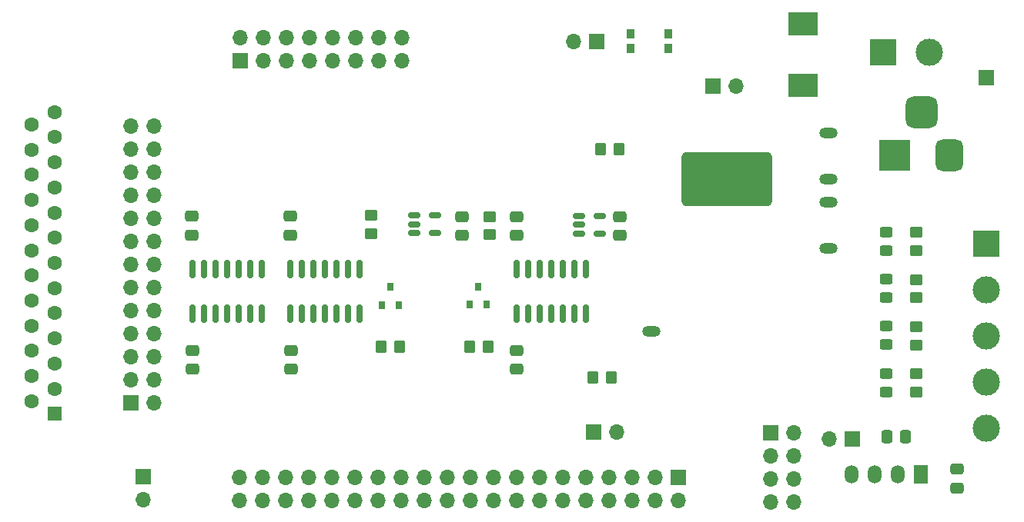
<source format=gbr>
G04 #@! TF.GenerationSoftware,KiCad,Pcbnew,8.0.1*
G04 #@! TF.CreationDate,2024-05-09T19:23:35+02:00*
G04 #@! TF.ProjectId,FluCom5,466c7543-6f6d-4352-9e6b-696361645f70,5.1*
G04 #@! TF.SameCoordinates,Original*
G04 #@! TF.FileFunction,Soldermask,Top*
G04 #@! TF.FilePolarity,Negative*
%FSLAX46Y46*%
G04 Gerber Fmt 4.6, Leading zero omitted, Abs format (unit mm)*
G04 Created by KiCad (PCBNEW 8.0.1) date 2024-05-09 19:23:35*
%MOMM*%
%LPD*%
G01*
G04 APERTURE LIST*
G04 Aperture macros list*
%AMRoundRect*
0 Rectangle with rounded corners*
0 $1 Rounding radius*
0 $2 $3 $4 $5 $6 $7 $8 $9 X,Y pos of 4 corners*
0 Add a 4 corners polygon primitive as box body*
4,1,4,$2,$3,$4,$5,$6,$7,$8,$9,$2,$3,0*
0 Add four circle primitives for the rounded corners*
1,1,$1+$1,$2,$3*
1,1,$1+$1,$4,$5*
1,1,$1+$1,$6,$7*
1,1,$1+$1,$8,$9*
0 Add four rect primitives between the rounded corners*
20,1,$1+$1,$2,$3,$4,$5,0*
20,1,$1+$1,$4,$5,$6,$7,0*
20,1,$1+$1,$6,$7,$8,$9,0*
20,1,$1+$1,$8,$9,$2,$3,0*%
G04 Aperture macros list end*
%ADD10RoundRect,0.250000X-0.475000X0.337500X-0.475000X-0.337500X0.475000X-0.337500X0.475000X0.337500X0*%
%ADD11RoundRect,0.250000X0.475000X-0.337500X0.475000X0.337500X-0.475000X0.337500X-0.475000X-0.337500X0*%
%ADD12RoundRect,0.250000X0.450000X-0.325000X0.450000X0.325000X-0.450000X0.325000X-0.450000X-0.325000X0*%
%ADD13RoundRect,0.250000X-0.450000X0.325000X-0.450000X-0.325000X0.450000X-0.325000X0.450000X0.325000X0*%
%ADD14R,3.300000X2.500000*%
%ADD15R,1.700000X1.700000*%
%ADD16O,1.700000X1.700000*%
%ADD17R,3.500000X3.500000*%
%ADD18RoundRect,0.750000X0.750000X1.000000X-0.750000X1.000000X-0.750000X-1.000000X0.750000X-1.000000X0*%
%ADD19RoundRect,0.875000X0.875000X0.875000X-0.875000X0.875000X-0.875000X-0.875000X0.875000X-0.875000X0*%
%ADD20R,3.000000X3.000000*%
%ADD21C,3.000000*%
%ADD22R,0.800000X0.900000*%
%ADD23RoundRect,0.250000X0.450000X-0.350000X0.450000X0.350000X-0.450000X0.350000X-0.450000X-0.350000X0*%
%ADD24RoundRect,0.250000X0.350000X0.450000X-0.350000X0.450000X-0.350000X-0.450000X0.350000X-0.450000X0*%
%ADD25RoundRect,0.150000X0.150000X-0.825000X0.150000X0.825000X-0.150000X0.825000X-0.150000X-0.825000X0*%
%ADD26R,1.500000X2.000000*%
%ADD27O,1.500000X2.000000*%
%ADD28RoundRect,0.250000X-0.450000X0.350000X-0.450000X-0.350000X0.450000X-0.350000X0.450000X0.350000X0*%
%ADD29RoundRect,0.250000X-0.350000X-0.450000X0.350000X-0.450000X0.350000X0.450000X-0.350000X0.450000X0*%
%ADD30RoundRect,0.250000X-0.337500X-0.475000X0.337500X-0.475000X0.337500X0.475000X-0.337500X0.475000X0*%
%ADD31R,1.600000X1.600000*%
%ADD32C,1.600000*%
%ADD33RoundRect,0.150000X-0.512500X-0.150000X0.512500X-0.150000X0.512500X0.150000X-0.512500X0.150000X0*%
%ADD34RoundRect,0.600000X-4.400000X2.400000X-4.400000X-2.400000X4.400000X-2.400000X4.400000X2.400000X0*%
%ADD35O,2.000000X1.200000*%
%ADD36R,0.900000X1.000000*%
G04 APERTURE END LIST*
D10*
X79603600Y-121542900D03*
X79603600Y-123617900D03*
X90424000Y-121542900D03*
X90424000Y-123617900D03*
D11*
X90322400Y-108835100D03*
X90322400Y-106760100D03*
D10*
X163703000Y-134598500D03*
X163703000Y-136673500D03*
D12*
X155875000Y-115735000D03*
X155875000Y-113685000D03*
D13*
X155875000Y-124100000D03*
X155875000Y-126150000D03*
D12*
X155875000Y-120920000D03*
X155875000Y-118870000D03*
X155875000Y-110550000D03*
X155875000Y-108500000D03*
D14*
X146750000Y-92350000D03*
X146750000Y-85550000D03*
D15*
X133000000Y-135500000D03*
D16*
X133000000Y-138040000D03*
X130460000Y-135500000D03*
X130460000Y-138040000D03*
X127920000Y-135500000D03*
X127920000Y-138040000D03*
X125380000Y-135500000D03*
X125380000Y-138040000D03*
X122840000Y-135500000D03*
X122840000Y-138040000D03*
X120300000Y-135500000D03*
X120300000Y-138040000D03*
X117760000Y-135500000D03*
X117760000Y-138040000D03*
X115220000Y-135500000D03*
X115220000Y-138040000D03*
X112680000Y-135500000D03*
X112680000Y-138040000D03*
X110140000Y-135500000D03*
X110140000Y-138040000D03*
X107600000Y-135500000D03*
X107600000Y-138040000D03*
X105060000Y-135500000D03*
X105060000Y-138040000D03*
X102520000Y-135500000D03*
X102520000Y-138040000D03*
X99980000Y-135500000D03*
X99980000Y-138040000D03*
X97440000Y-135500000D03*
X97440000Y-138040000D03*
X94900000Y-135500000D03*
X94900000Y-138040000D03*
X92360000Y-135500000D03*
X92360000Y-138040000D03*
X89820000Y-135500000D03*
X89820000Y-138040000D03*
X87280000Y-135500000D03*
X87280000Y-138040000D03*
X84740000Y-135500000D03*
X84740000Y-138040000D03*
D15*
X72785000Y-127325000D03*
D16*
X72785000Y-124785000D03*
X72785000Y-122245000D03*
X72785000Y-119705000D03*
X72785000Y-117165000D03*
X72785000Y-114625000D03*
X72785000Y-112085000D03*
X72785000Y-109545000D03*
X72785000Y-107005000D03*
X72785000Y-104465000D03*
X72785000Y-101925000D03*
X72785000Y-99385000D03*
X72785000Y-96845000D03*
X75325000Y-127325000D03*
X75325000Y-124785000D03*
X75325000Y-122245000D03*
X75325000Y-119705000D03*
X75325000Y-117165000D03*
X75325000Y-114625000D03*
X75325000Y-112085000D03*
X75325000Y-109545000D03*
X75325000Y-107005000D03*
X75325000Y-104465000D03*
X75325000Y-101925000D03*
X75325000Y-99385000D03*
X75325000Y-96845000D03*
D17*
X156814000Y-100050000D03*
D18*
X162814000Y-100050000D03*
D19*
X159814000Y-95350000D03*
D20*
X166900000Y-109825000D03*
D21*
X166900000Y-114905000D03*
X166900000Y-119985000D03*
X166900000Y-125065000D03*
X166900000Y-130145000D03*
D20*
X155560000Y-88700000D03*
D21*
X160640000Y-88700000D03*
D15*
X152146000Y-131300000D03*
D16*
X149606000Y-131300000D03*
D22*
X110050000Y-116500000D03*
X111950000Y-116500000D03*
X111000000Y-114500000D03*
D23*
X159175000Y-115741666D03*
X159175000Y-113741666D03*
X159175000Y-120933332D03*
X159175000Y-118933332D03*
X159175000Y-110550000D03*
X159175000Y-108550000D03*
D24*
X112100000Y-121100000D03*
X110100000Y-121100000D03*
D15*
X166925000Y-91525000D03*
D25*
X79590000Y-117522000D03*
X80860000Y-117522000D03*
X82130000Y-117522000D03*
X83400000Y-117522000D03*
X84670000Y-117522000D03*
X85940000Y-117522000D03*
X87210000Y-117522000D03*
X87210000Y-112572000D03*
X85940000Y-112572000D03*
X84670000Y-112572000D03*
X83400000Y-112572000D03*
X82130000Y-112572000D03*
X80860000Y-112572000D03*
X79590000Y-112572000D03*
X90373200Y-117522000D03*
X91643200Y-117522000D03*
X92913200Y-117522000D03*
X94183200Y-117522000D03*
X95453200Y-117522000D03*
X96723200Y-117522000D03*
X97993200Y-117522000D03*
X97993200Y-112572000D03*
X96723200Y-112572000D03*
X95453200Y-112572000D03*
X94183200Y-112572000D03*
X92913200Y-112572000D03*
X91643200Y-112572000D03*
X90373200Y-112572000D03*
D26*
X159650000Y-135225000D03*
D27*
X157110000Y-135225000D03*
X154570000Y-135225000D03*
X152030000Y-135225000D03*
D24*
X102352000Y-121150000D03*
X100352000Y-121150000D03*
D28*
X99275000Y-106700000D03*
X99275000Y-108700000D03*
D22*
X100402000Y-116550000D03*
X102302000Y-116550000D03*
X101352000Y-114550000D03*
D28*
X112257600Y-106800000D03*
X112257600Y-108800000D03*
D29*
X123650001Y-124550001D03*
X125650001Y-124550001D03*
D11*
X79502000Y-108835100D03*
X79502000Y-106760100D03*
D10*
X115265200Y-121542900D03*
X115265200Y-123617900D03*
D11*
X115265200Y-108867500D03*
X115265200Y-106792500D03*
D25*
X115238000Y-117522000D03*
X116508000Y-117522000D03*
X117778000Y-117522000D03*
X119048000Y-117522000D03*
X120318000Y-117522000D03*
X121588000Y-117522000D03*
X122858000Y-117522000D03*
X122858000Y-112572000D03*
X121588000Y-112572000D03*
X120318000Y-112572000D03*
X119048000Y-112572000D03*
X117778000Y-112572000D03*
X116508000Y-112572000D03*
X115238000Y-112572000D03*
D30*
X155937500Y-131000000D03*
X158012500Y-131000000D03*
D23*
X159175000Y-126125000D03*
X159175000Y-124125000D03*
D31*
X64450000Y-128525000D03*
D32*
X64450000Y-125755000D03*
X64450000Y-122985000D03*
X64450000Y-120215000D03*
X64450000Y-117445000D03*
X64450000Y-114675000D03*
X64450000Y-111905000D03*
X64450000Y-109135000D03*
X64450000Y-106365000D03*
X64450000Y-103595000D03*
X64450000Y-100825000D03*
X64450000Y-98055000D03*
X64450000Y-95285000D03*
X61910000Y-127140000D03*
X61910000Y-124370000D03*
X61910000Y-121600000D03*
X61910000Y-118830000D03*
X61910000Y-116060000D03*
X61910000Y-113290000D03*
X61910000Y-110520000D03*
X61910000Y-107750000D03*
X61910000Y-104980000D03*
X61910000Y-102210000D03*
X61910000Y-99440000D03*
X61910000Y-96670000D03*
D15*
X123710000Y-130500000D03*
D16*
X126250000Y-130500000D03*
D15*
X124010000Y-87500000D03*
D16*
X121470000Y-87500000D03*
D10*
X109250000Y-106792500D03*
X109250000Y-108867500D03*
D15*
X143150000Y-130600000D03*
D16*
X145690000Y-130600000D03*
X143150000Y-133140000D03*
X145690000Y-133140000D03*
X143150000Y-135680000D03*
X145690000Y-135680000D03*
X143150000Y-138220000D03*
X145690000Y-138220000D03*
D29*
X124500000Y-99400000D03*
X126500000Y-99400000D03*
D11*
X126625000Y-108887500D03*
X126625000Y-106812500D03*
D33*
X104012500Y-106700000D03*
X104012500Y-107650000D03*
X104012500Y-108600000D03*
X106287500Y-108600000D03*
X106287500Y-106700000D03*
D15*
X84836000Y-89662000D03*
D16*
X84836000Y-87122000D03*
X87376000Y-89662000D03*
X87376000Y-87122000D03*
X89916000Y-89662000D03*
X89916000Y-87122000D03*
X92456000Y-89662000D03*
X92456000Y-87122000D03*
X94996000Y-89662000D03*
X94996000Y-87122000D03*
X97536000Y-89662000D03*
X97536000Y-87122000D03*
X100076000Y-89662000D03*
X100076000Y-87122000D03*
X102616000Y-89662000D03*
X102616000Y-87122000D03*
D34*
X138349000Y-102670000D03*
D35*
X149500000Y-97590000D03*
X149500000Y-102670000D03*
X149500000Y-105210000D03*
X149500000Y-110290000D03*
X130094000Y-119434000D03*
D33*
X122112500Y-106750000D03*
X122112500Y-107700000D03*
X122112500Y-108650000D03*
X124387500Y-108650000D03*
X124387500Y-106750000D03*
D36*
X131900000Y-88300000D03*
X127800000Y-88300000D03*
X131900000Y-86700000D03*
X127800000Y-86700000D03*
D15*
X136825000Y-92450000D03*
D16*
X139365000Y-92450000D03*
D15*
X74200000Y-135425000D03*
D16*
X74200000Y-137965000D03*
M02*

</source>
